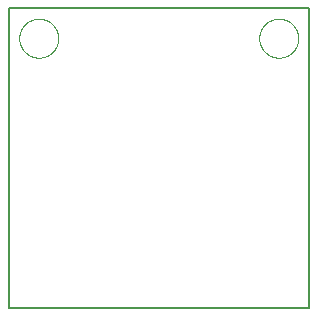
<source format=gko>
G75*
%MOIN*%
%OFA0B0*%
%FSLAX25Y25*%
%IPPOS*%
%LPD*%
%AMOC8*
5,1,8,0,0,1.08239X$1,22.5*
%
%ADD10C,0.00800*%
%ADD11C,0.00000*%
D10*
X0165833Y0055000D02*
X0165833Y0155000D01*
X0265833Y0155000D01*
X0265833Y0055000D01*
X0165833Y0055000D01*
D11*
X0169333Y0145000D02*
X0169335Y0145161D01*
X0169341Y0145321D01*
X0169351Y0145482D01*
X0169365Y0145642D01*
X0169383Y0145802D01*
X0169404Y0145961D01*
X0169430Y0146120D01*
X0169460Y0146278D01*
X0169493Y0146435D01*
X0169531Y0146592D01*
X0169572Y0146747D01*
X0169617Y0146901D01*
X0169666Y0147054D01*
X0169719Y0147206D01*
X0169775Y0147357D01*
X0169836Y0147506D01*
X0169899Y0147654D01*
X0169967Y0147800D01*
X0170038Y0147944D01*
X0170112Y0148086D01*
X0170190Y0148227D01*
X0170272Y0148365D01*
X0170357Y0148502D01*
X0170445Y0148636D01*
X0170537Y0148768D01*
X0170632Y0148898D01*
X0170730Y0149026D01*
X0170831Y0149151D01*
X0170935Y0149273D01*
X0171042Y0149393D01*
X0171152Y0149510D01*
X0171265Y0149625D01*
X0171381Y0149736D01*
X0171500Y0149845D01*
X0171621Y0149950D01*
X0171745Y0150053D01*
X0171871Y0150153D01*
X0171999Y0150249D01*
X0172130Y0150342D01*
X0172264Y0150432D01*
X0172399Y0150519D01*
X0172537Y0150602D01*
X0172676Y0150682D01*
X0172818Y0150758D01*
X0172961Y0150831D01*
X0173106Y0150900D01*
X0173253Y0150966D01*
X0173401Y0151028D01*
X0173551Y0151086D01*
X0173702Y0151141D01*
X0173855Y0151192D01*
X0174009Y0151239D01*
X0174164Y0151282D01*
X0174320Y0151321D01*
X0174476Y0151357D01*
X0174634Y0151388D01*
X0174792Y0151416D01*
X0174951Y0151440D01*
X0175111Y0151460D01*
X0175271Y0151476D01*
X0175431Y0151488D01*
X0175592Y0151496D01*
X0175753Y0151500D01*
X0175913Y0151500D01*
X0176074Y0151496D01*
X0176235Y0151488D01*
X0176395Y0151476D01*
X0176555Y0151460D01*
X0176715Y0151440D01*
X0176874Y0151416D01*
X0177032Y0151388D01*
X0177190Y0151357D01*
X0177346Y0151321D01*
X0177502Y0151282D01*
X0177657Y0151239D01*
X0177811Y0151192D01*
X0177964Y0151141D01*
X0178115Y0151086D01*
X0178265Y0151028D01*
X0178413Y0150966D01*
X0178560Y0150900D01*
X0178705Y0150831D01*
X0178848Y0150758D01*
X0178990Y0150682D01*
X0179129Y0150602D01*
X0179267Y0150519D01*
X0179402Y0150432D01*
X0179536Y0150342D01*
X0179667Y0150249D01*
X0179795Y0150153D01*
X0179921Y0150053D01*
X0180045Y0149950D01*
X0180166Y0149845D01*
X0180285Y0149736D01*
X0180401Y0149625D01*
X0180514Y0149510D01*
X0180624Y0149393D01*
X0180731Y0149273D01*
X0180835Y0149151D01*
X0180936Y0149026D01*
X0181034Y0148898D01*
X0181129Y0148768D01*
X0181221Y0148636D01*
X0181309Y0148502D01*
X0181394Y0148365D01*
X0181476Y0148227D01*
X0181554Y0148086D01*
X0181628Y0147944D01*
X0181699Y0147800D01*
X0181767Y0147654D01*
X0181830Y0147506D01*
X0181891Y0147357D01*
X0181947Y0147206D01*
X0182000Y0147054D01*
X0182049Y0146901D01*
X0182094Y0146747D01*
X0182135Y0146592D01*
X0182173Y0146435D01*
X0182206Y0146278D01*
X0182236Y0146120D01*
X0182262Y0145961D01*
X0182283Y0145802D01*
X0182301Y0145642D01*
X0182315Y0145482D01*
X0182325Y0145321D01*
X0182331Y0145161D01*
X0182333Y0145000D01*
X0182331Y0144839D01*
X0182325Y0144679D01*
X0182315Y0144518D01*
X0182301Y0144358D01*
X0182283Y0144198D01*
X0182262Y0144039D01*
X0182236Y0143880D01*
X0182206Y0143722D01*
X0182173Y0143565D01*
X0182135Y0143408D01*
X0182094Y0143253D01*
X0182049Y0143099D01*
X0182000Y0142946D01*
X0181947Y0142794D01*
X0181891Y0142643D01*
X0181830Y0142494D01*
X0181767Y0142346D01*
X0181699Y0142200D01*
X0181628Y0142056D01*
X0181554Y0141914D01*
X0181476Y0141773D01*
X0181394Y0141635D01*
X0181309Y0141498D01*
X0181221Y0141364D01*
X0181129Y0141232D01*
X0181034Y0141102D01*
X0180936Y0140974D01*
X0180835Y0140849D01*
X0180731Y0140727D01*
X0180624Y0140607D01*
X0180514Y0140490D01*
X0180401Y0140375D01*
X0180285Y0140264D01*
X0180166Y0140155D01*
X0180045Y0140050D01*
X0179921Y0139947D01*
X0179795Y0139847D01*
X0179667Y0139751D01*
X0179536Y0139658D01*
X0179402Y0139568D01*
X0179267Y0139481D01*
X0179129Y0139398D01*
X0178990Y0139318D01*
X0178848Y0139242D01*
X0178705Y0139169D01*
X0178560Y0139100D01*
X0178413Y0139034D01*
X0178265Y0138972D01*
X0178115Y0138914D01*
X0177964Y0138859D01*
X0177811Y0138808D01*
X0177657Y0138761D01*
X0177502Y0138718D01*
X0177346Y0138679D01*
X0177190Y0138643D01*
X0177032Y0138612D01*
X0176874Y0138584D01*
X0176715Y0138560D01*
X0176555Y0138540D01*
X0176395Y0138524D01*
X0176235Y0138512D01*
X0176074Y0138504D01*
X0175913Y0138500D01*
X0175753Y0138500D01*
X0175592Y0138504D01*
X0175431Y0138512D01*
X0175271Y0138524D01*
X0175111Y0138540D01*
X0174951Y0138560D01*
X0174792Y0138584D01*
X0174634Y0138612D01*
X0174476Y0138643D01*
X0174320Y0138679D01*
X0174164Y0138718D01*
X0174009Y0138761D01*
X0173855Y0138808D01*
X0173702Y0138859D01*
X0173551Y0138914D01*
X0173401Y0138972D01*
X0173253Y0139034D01*
X0173106Y0139100D01*
X0172961Y0139169D01*
X0172818Y0139242D01*
X0172676Y0139318D01*
X0172537Y0139398D01*
X0172399Y0139481D01*
X0172264Y0139568D01*
X0172130Y0139658D01*
X0171999Y0139751D01*
X0171871Y0139847D01*
X0171745Y0139947D01*
X0171621Y0140050D01*
X0171500Y0140155D01*
X0171381Y0140264D01*
X0171265Y0140375D01*
X0171152Y0140490D01*
X0171042Y0140607D01*
X0170935Y0140727D01*
X0170831Y0140849D01*
X0170730Y0140974D01*
X0170632Y0141102D01*
X0170537Y0141232D01*
X0170445Y0141364D01*
X0170357Y0141498D01*
X0170272Y0141635D01*
X0170190Y0141773D01*
X0170112Y0141914D01*
X0170038Y0142056D01*
X0169967Y0142200D01*
X0169899Y0142346D01*
X0169836Y0142494D01*
X0169775Y0142643D01*
X0169719Y0142794D01*
X0169666Y0142946D01*
X0169617Y0143099D01*
X0169572Y0143253D01*
X0169531Y0143408D01*
X0169493Y0143565D01*
X0169460Y0143722D01*
X0169430Y0143880D01*
X0169404Y0144039D01*
X0169383Y0144198D01*
X0169365Y0144358D01*
X0169351Y0144518D01*
X0169341Y0144679D01*
X0169335Y0144839D01*
X0169333Y0145000D01*
X0249333Y0145000D02*
X0249335Y0145161D01*
X0249341Y0145321D01*
X0249351Y0145482D01*
X0249365Y0145642D01*
X0249383Y0145802D01*
X0249404Y0145961D01*
X0249430Y0146120D01*
X0249460Y0146278D01*
X0249493Y0146435D01*
X0249531Y0146592D01*
X0249572Y0146747D01*
X0249617Y0146901D01*
X0249666Y0147054D01*
X0249719Y0147206D01*
X0249775Y0147357D01*
X0249836Y0147506D01*
X0249899Y0147654D01*
X0249967Y0147800D01*
X0250038Y0147944D01*
X0250112Y0148086D01*
X0250190Y0148227D01*
X0250272Y0148365D01*
X0250357Y0148502D01*
X0250445Y0148636D01*
X0250537Y0148768D01*
X0250632Y0148898D01*
X0250730Y0149026D01*
X0250831Y0149151D01*
X0250935Y0149273D01*
X0251042Y0149393D01*
X0251152Y0149510D01*
X0251265Y0149625D01*
X0251381Y0149736D01*
X0251500Y0149845D01*
X0251621Y0149950D01*
X0251745Y0150053D01*
X0251871Y0150153D01*
X0251999Y0150249D01*
X0252130Y0150342D01*
X0252264Y0150432D01*
X0252399Y0150519D01*
X0252537Y0150602D01*
X0252676Y0150682D01*
X0252818Y0150758D01*
X0252961Y0150831D01*
X0253106Y0150900D01*
X0253253Y0150966D01*
X0253401Y0151028D01*
X0253551Y0151086D01*
X0253702Y0151141D01*
X0253855Y0151192D01*
X0254009Y0151239D01*
X0254164Y0151282D01*
X0254320Y0151321D01*
X0254476Y0151357D01*
X0254634Y0151388D01*
X0254792Y0151416D01*
X0254951Y0151440D01*
X0255111Y0151460D01*
X0255271Y0151476D01*
X0255431Y0151488D01*
X0255592Y0151496D01*
X0255753Y0151500D01*
X0255913Y0151500D01*
X0256074Y0151496D01*
X0256235Y0151488D01*
X0256395Y0151476D01*
X0256555Y0151460D01*
X0256715Y0151440D01*
X0256874Y0151416D01*
X0257032Y0151388D01*
X0257190Y0151357D01*
X0257346Y0151321D01*
X0257502Y0151282D01*
X0257657Y0151239D01*
X0257811Y0151192D01*
X0257964Y0151141D01*
X0258115Y0151086D01*
X0258265Y0151028D01*
X0258413Y0150966D01*
X0258560Y0150900D01*
X0258705Y0150831D01*
X0258848Y0150758D01*
X0258990Y0150682D01*
X0259129Y0150602D01*
X0259267Y0150519D01*
X0259402Y0150432D01*
X0259536Y0150342D01*
X0259667Y0150249D01*
X0259795Y0150153D01*
X0259921Y0150053D01*
X0260045Y0149950D01*
X0260166Y0149845D01*
X0260285Y0149736D01*
X0260401Y0149625D01*
X0260514Y0149510D01*
X0260624Y0149393D01*
X0260731Y0149273D01*
X0260835Y0149151D01*
X0260936Y0149026D01*
X0261034Y0148898D01*
X0261129Y0148768D01*
X0261221Y0148636D01*
X0261309Y0148502D01*
X0261394Y0148365D01*
X0261476Y0148227D01*
X0261554Y0148086D01*
X0261628Y0147944D01*
X0261699Y0147800D01*
X0261767Y0147654D01*
X0261830Y0147506D01*
X0261891Y0147357D01*
X0261947Y0147206D01*
X0262000Y0147054D01*
X0262049Y0146901D01*
X0262094Y0146747D01*
X0262135Y0146592D01*
X0262173Y0146435D01*
X0262206Y0146278D01*
X0262236Y0146120D01*
X0262262Y0145961D01*
X0262283Y0145802D01*
X0262301Y0145642D01*
X0262315Y0145482D01*
X0262325Y0145321D01*
X0262331Y0145161D01*
X0262333Y0145000D01*
X0262331Y0144839D01*
X0262325Y0144679D01*
X0262315Y0144518D01*
X0262301Y0144358D01*
X0262283Y0144198D01*
X0262262Y0144039D01*
X0262236Y0143880D01*
X0262206Y0143722D01*
X0262173Y0143565D01*
X0262135Y0143408D01*
X0262094Y0143253D01*
X0262049Y0143099D01*
X0262000Y0142946D01*
X0261947Y0142794D01*
X0261891Y0142643D01*
X0261830Y0142494D01*
X0261767Y0142346D01*
X0261699Y0142200D01*
X0261628Y0142056D01*
X0261554Y0141914D01*
X0261476Y0141773D01*
X0261394Y0141635D01*
X0261309Y0141498D01*
X0261221Y0141364D01*
X0261129Y0141232D01*
X0261034Y0141102D01*
X0260936Y0140974D01*
X0260835Y0140849D01*
X0260731Y0140727D01*
X0260624Y0140607D01*
X0260514Y0140490D01*
X0260401Y0140375D01*
X0260285Y0140264D01*
X0260166Y0140155D01*
X0260045Y0140050D01*
X0259921Y0139947D01*
X0259795Y0139847D01*
X0259667Y0139751D01*
X0259536Y0139658D01*
X0259402Y0139568D01*
X0259267Y0139481D01*
X0259129Y0139398D01*
X0258990Y0139318D01*
X0258848Y0139242D01*
X0258705Y0139169D01*
X0258560Y0139100D01*
X0258413Y0139034D01*
X0258265Y0138972D01*
X0258115Y0138914D01*
X0257964Y0138859D01*
X0257811Y0138808D01*
X0257657Y0138761D01*
X0257502Y0138718D01*
X0257346Y0138679D01*
X0257190Y0138643D01*
X0257032Y0138612D01*
X0256874Y0138584D01*
X0256715Y0138560D01*
X0256555Y0138540D01*
X0256395Y0138524D01*
X0256235Y0138512D01*
X0256074Y0138504D01*
X0255913Y0138500D01*
X0255753Y0138500D01*
X0255592Y0138504D01*
X0255431Y0138512D01*
X0255271Y0138524D01*
X0255111Y0138540D01*
X0254951Y0138560D01*
X0254792Y0138584D01*
X0254634Y0138612D01*
X0254476Y0138643D01*
X0254320Y0138679D01*
X0254164Y0138718D01*
X0254009Y0138761D01*
X0253855Y0138808D01*
X0253702Y0138859D01*
X0253551Y0138914D01*
X0253401Y0138972D01*
X0253253Y0139034D01*
X0253106Y0139100D01*
X0252961Y0139169D01*
X0252818Y0139242D01*
X0252676Y0139318D01*
X0252537Y0139398D01*
X0252399Y0139481D01*
X0252264Y0139568D01*
X0252130Y0139658D01*
X0251999Y0139751D01*
X0251871Y0139847D01*
X0251745Y0139947D01*
X0251621Y0140050D01*
X0251500Y0140155D01*
X0251381Y0140264D01*
X0251265Y0140375D01*
X0251152Y0140490D01*
X0251042Y0140607D01*
X0250935Y0140727D01*
X0250831Y0140849D01*
X0250730Y0140974D01*
X0250632Y0141102D01*
X0250537Y0141232D01*
X0250445Y0141364D01*
X0250357Y0141498D01*
X0250272Y0141635D01*
X0250190Y0141773D01*
X0250112Y0141914D01*
X0250038Y0142056D01*
X0249967Y0142200D01*
X0249899Y0142346D01*
X0249836Y0142494D01*
X0249775Y0142643D01*
X0249719Y0142794D01*
X0249666Y0142946D01*
X0249617Y0143099D01*
X0249572Y0143253D01*
X0249531Y0143408D01*
X0249493Y0143565D01*
X0249460Y0143722D01*
X0249430Y0143880D01*
X0249404Y0144039D01*
X0249383Y0144198D01*
X0249365Y0144358D01*
X0249351Y0144518D01*
X0249341Y0144679D01*
X0249335Y0144839D01*
X0249333Y0145000D01*
M02*

</source>
